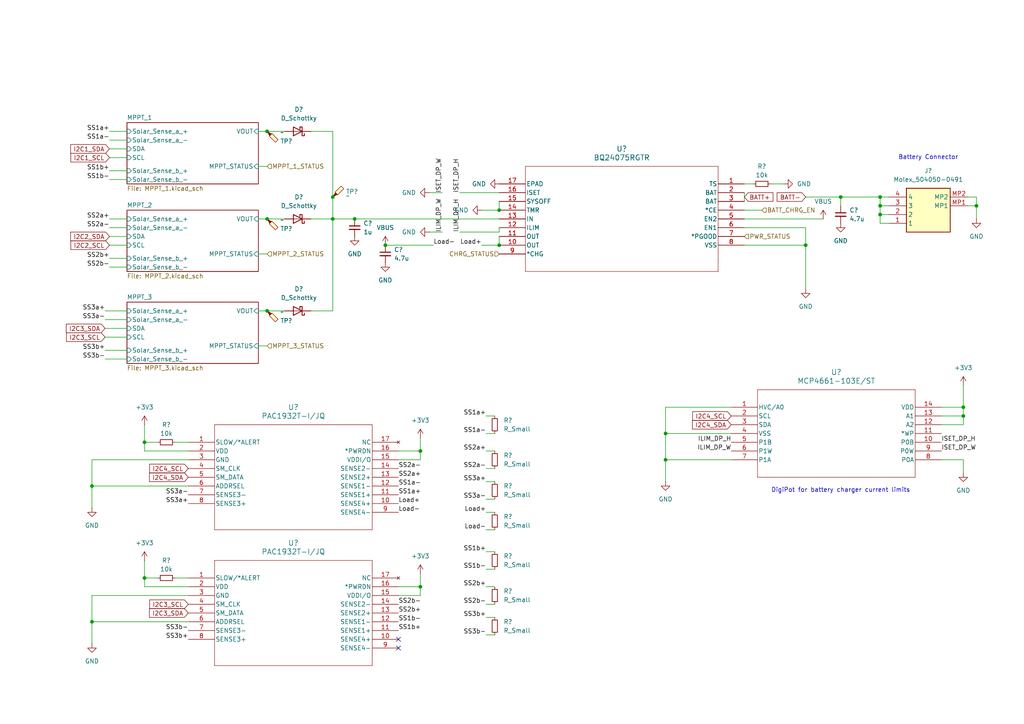
<source format=kicad_sch>
(kicad_sch (version 20231120) (generator "eeschema") (generator_version "8.0")
  (paper "A4")
  (lib_symbols
    (symbol "BQ24075:BQ24075RGTR" (pin_names (offset 0.254))
      (property "Reference" "U" (at 35.56 10.16 0))
      (property "Value" "BQ24075RGTR" (at 35.56 7.62 0))
      (symbol "BQ24075RGTR_0_1"
        (polyline (pts (xy 7.62 -25.4) (xy 63.5 -25.4)) (stroke (width 0.127)))
        (polyline (pts (xy 7.62 5.08) (xy 7.62 -25.4)) (stroke (width 0.127)))
        (polyline (pts (xy 63.5 -25.4) (xy 63.5 5.08)) (stroke (width 0.127)))
        (polyline (pts (xy 63.5 5.08) (xy 7.62 5.08)) (stroke (width 0.127)))
        (pin input line (at 0 0 0) (length 7.62) (name "TS") (number "1"))
        (pin output line (at 71.12 -17.78 180) (length 7.62) (name "OUT") (number "10"))
        (pin output line (at 71.12 -15.24 180) (length 7.62) (name "OUT") (number "11"))
        (pin input line (at 71.12 -12.7 180) (length 7.62) (name "ILIM") (number "12"))
        (pin input line (at 71.12 -10.16 180) (length 7.62) (name "IN") (number "13"))
        (pin input line (at 71.12 -7.62 180) (length 7.62) (name "TMR") (number "14"))
        (pin input line (at 71.12 -5.08 180) (length 7.62) (name "SYSOFF") (number "15"))
        (pin bidirectional line (at 71.12 -2.54 180) (length 7.62) (name "ISET") (number "16"))
        (pin power_in line (at 71.12 0 180) (length 7.62) (name "EPAD") (number "17"))
        (pin bidirectional line (at 0 -2.54 0) (length 7.62) (name "BAT") (number "2"))
        (pin bidirectional line (at 0 -5.08 0) (length 7.62) (name "BAT") (number "3"))
        (pin input line (at 0 -7.62 0) (length 7.62) (name "*CE") (number "4"))
        (pin input line (at 0 -10.16 0) (length 7.62) (name "EN2") (number "5"))
        (pin input line (at 0 -12.7 0) (length 7.62) (name "EN1") (number "6"))
        (pin output line (at 0 -15.24 0) (length 7.62) (name "*PGOOD") (number "7"))
        (pin power_in line (at 0 -17.78 0) (length 7.62) (name "VSS") (number "8"))
        (pin output line (at 71.12 -20.32 180) (length 7.62) (name "*CHG") (number "9"))
      )
    )
    (symbol "Connector:TestPoint_Probe" (pin_numbers hide) (pin_names (offset 0.762) hide)
      (property "Reference" "TP" (at 1.651 5.842 0))
      (property "Value" "TestPoint_Probe" (at 1.651 4.064 0))
      (symbol "TestPoint_Probe_0_1"
        (polyline (pts (xy 1.27 0.762) (xy 0 0) (xy 0.762 1.27) (xy 1.27 0.762)) (fill (type outline)))
        (polyline (pts (xy 1.397 0.635) (xy 0.635 1.397) (xy 2.413 3.175) (xy 3.175 2.413) (xy 1.397 0.635)) (fill (type background)))
      )
      (symbol "TestPoint_Probe_1_1"
        (pin passive line (at 0 0 90) (length 0) (name "1") (number "1"))
      )
    )
    (symbol "Device:C_Small" (pin_numbers hide) (pin_names (offset 0.254) hide)
      (property "Reference" "C" (at 0.254 1.778 0))
      (property "Value" "C_Small" (at 0.254 -2.032 0))
      (symbol "C_Small_0_1"
        (polyline (pts (xy -1.524 -0.508) (xy 1.524 -0.508)) (stroke (width 0.3302)))
        (polyline (pts (xy -1.524 0.508) (xy 1.524 0.508)) (stroke (width 0.3048)))
      )
      (symbol "C_Small_1_1"
        (pin passive line (at 0 2.54 270) (length 2.032) (name "~") (number "1"))
        (pin passive line (at 0 -2.54 90) (length 2.032) (name "~") (number "2"))
      )
    )
    (symbol "Device:D_Schottky" (pin_numbers hide) (pin_names (offset 1.016) hide)
      (property "Reference" "D" (at 0 2.54 0))
      (property "Value" "D_Schottky" (at 0 -2.54 0))
      (symbol "D_Schottky_0_1"
        (polyline (pts (xy 1.27 0) (xy -1.27 0)))
        (polyline (pts (xy 1.27 1.27) (xy 1.27 -1.27) (xy -1.27 0) (xy 1.27 1.27)) (stroke (width 0.254)))
        (polyline (pts (xy -1.905 0.635) (xy -1.905 1.27) (xy -1.27 1.27) (xy -1.27 -1.27) (xy -0.635 -1.27) (xy -0.635 -0.635)) (stroke (width 0.254)))
      )
      (symbol "D_Schottky_1_1"
        (pin passive line (at -3.81 0 0) (length 2.54) (name "K") (number "1"))
        (pin passive line (at 3.81 0 180) (length 2.54) (name "A") (number "2"))
      )
    )
    (symbol "Device:R_Small" (pin_numbers hide) (pin_names (offset 0.254) hide)
      (property "Reference" "R" (at 0.762 0.508 0))
      (property "Value" "R_Small" (at 0.762 -1.016 0))
      (symbol "R_Small_0_1"
        (rectangle (start -0.762 1.778) (end 0.762 -1.778) (stroke (width 0.2032)))
      )
      (symbol "R_Small_1_1"
        (pin passive line (at 0 2.54 270) (length 0.762) (name "~") (number "1"))
        (pin passive line (at 0 -2.54 90) (length 0.762) (name "~") (number "2"))
      )
    )
    (symbol "MCP4661:MCP4661-103E_ST" (pin_names (offset 0.254))
      (property "Reference" "U" (at 30.48 10.16 0))
      (property "Value" "MCP4661-103E/ST" (at 30.48 7.62 0))
      (symbol "MCP4661-103E_ST_0_1"
        (polyline (pts (xy 7.62 -20.32) (xy 53.34 -20.32)) (stroke (width 0.127)))
        (polyline (pts (xy 7.62 5.08) (xy 7.62 -20.32)) (stroke (width 0.127)))
        (polyline (pts (xy 53.34 -20.32) (xy 53.34 5.08)) (stroke (width 0.127)))
        (polyline (pts (xy 53.34 5.08) (xy 7.62 5.08)) (stroke (width 0.127)))
        (pin input line (at 0 0 0) (length 7.62) (name "HVC/A0") (number "1"))
        (pin unspecified line (at 60.96 -10.16 180) (length 7.62) (name "P0B") (number "10"))
        (pin input line (at 60.96 -7.62 180) (length 7.62) (name "*WP") (number "11"))
        (pin input line (at 60.96 -5.08 180) (length 7.62) (name "A2") (number "12"))
        (pin input line (at 60.96 -2.54 180) (length 7.62) (name "A1") (number "13"))
        (pin power_in line (at 60.96 0 180) (length 7.62) (name "VDD") (number "14"))
        (pin input line (at 0 -2.54 0) (length 7.62) (name "SCL") (number "2"))
        (pin bidirectional line (at 0 -5.08 0) (length 7.62) (name "SDA") (number "3"))
        (pin power_in line (at 0 -7.62 0) (length 7.62) (name "VSS") (number "4"))
        (pin unspecified line (at 0 -10.16 0) (length 7.62) (name "P1B") (number "5"))
        (pin unspecified line (at 0 -12.7 0) (length 7.62) (name "P1W") (number "6"))
        (pin unspecified line (at 0 -15.24 0) (length 7.62) (name "P1A") (number "7"))
        (pin unspecified line (at 60.96 -15.24 180) (length 7.62) (name "P0A") (number "8"))
        (pin unspecified line (at 60.96 -12.7 180) (length 7.62) (name "P0W") (number "9"))
      )
    )
    (symbol "PAC1932:PAC1932T-I_JQ" (pin_names (offset 0.254))
      (property "Reference" "U" (at 30.48 10.16 0))
      (property "Value" "PAC1932T-I/JQ" (at 30.48 7.62 0))
      (symbol "PAC1932T-I_JQ_0_1"
        (polyline (pts (xy 7.62 -25.4) (xy 53.34 -25.4)) (stroke (width 0.127)))
        (polyline (pts (xy 7.62 5.08) (xy 7.62 -25.4)) (stroke (width 0.127)))
        (polyline (pts (xy 53.34 -25.4) (xy 53.34 5.08)) (stroke (width 0.127)))
        (polyline (pts (xy 53.34 5.08) (xy 7.62 5.08)) (stroke (width 0.127)))
        (pin bidirectional line (at 0 0 0) (length 7.62) (name "SLOW/*ALERT") (number "1"))
        (pin bidirectional line (at 60.96 -17.78 180) (length 7.62) (name "SENSE4+") (number "10"))
        (pin bidirectional line (at 60.96 -15.24 180) (length 7.62) (name "SENSE1+") (number "11"))
        (pin bidirectional line (at 60.96 -12.7 180) (length 7.62) (name "SENSE1-") (number "12"))
        (pin bidirectional line (at 60.96 -10.16 180) (length 7.62) (name "SENSE2+") (number "13"))
        (pin bidirectional line (at 60.96 -7.62 180) (length 7.62) (name "SENSE2-") (number "14"))
        (pin power_in line (at 60.96 -5.08 180) (length 7.62) (name "VDDI/O") (number "15"))
        (pin input line (at 60.96 -2.54 180) (length 7.62) (name "*PWRDN") (number "16"))
        (pin no_connect line (at 60.96 0 180) (length 7.62) (name "NC") (number "17"))
        (pin power_in line (at 0 -2.54 0) (length 7.62) (name "VDD") (number "2"))
        (pin power_out line (at 0 -5.08 0) (length 7.62) (name "GND") (number "3"))
        (pin input line (at 0 -7.62 0) (length 7.62) (name "SM_CLK") (number "4"))
        (pin bidirectional line (at 0 -10.16 0) (length 7.62) (name "SM_DATA") (number "5"))
        (pin bidirectional line (at 0 -12.7 0) (length 7.62) (name "ADDRSEL") (number "6"))
        (pin bidirectional line (at 0 -15.24 0) (length 7.62) (name "SENSE3-") (number "7"))
        (pin bidirectional line (at 0 -17.78 0) (length 7.62) (name "SENSE3+") (number "8"))
        (pin bidirectional line (at 60.96 -20.32 180) (length 7.62) (name "SENSE4-") (number "9"))
      )
    )
    (symbol "power:+3V3" (power) (pin_numbers hide) (pin_names (offset 0) hide)
      (property "Value" "+3V3" (at 0 3.556 0))
      (symbol "+3V3_0_1"
        (polyline (pts (xy -0.762 1.27) (xy 0 2.54)))
        (polyline (pts (xy 0 0) (xy 0 2.54)))
        (polyline (pts (xy 0 2.54) (xy 0.762 1.27)))
      )
      (symbol "+3V3_1_1"
        (pin power_in line (at 0 0 90) (length 0) (name "~") (number "1"))
      )
    )
    (symbol "power:GND" (power) (pin_numbers hide) (pin_names (offset 0) hide)
      (property "Value" "GND" (at 0 -3.81 0))
      (symbol "GND_0_1"
        (polyline (pts (xy 0 0) (xy 0 -1.27) (xy 1.27 -1.27) (xy 0 -2.54) (xy -1.27 -1.27) (xy 0 -1.27)))
      )
      (symbol "GND_1_1"
        (pin power_in line (at 0 0 270) (length 0) (name "~") (number "1"))
      )
    )
    (symbol "power:VBUS" (power) (pin_numbers hide) (pin_names (offset 0) hide)
      (property "Value" "VBUS" (at 0 3.556 0))
      (symbol "VBUS_0_1"
        (polyline (pts (xy -0.762 1.27) (xy 0 2.54)))
        (polyline (pts (xy 0 0) (xy 0 2.54)))
        (polyline (pts (xy 0 2.54) (xy 0.762 1.27)))
      )
      (symbol "VBUS_1_1"
        (pin power_in line (at 0 0 90) (length 0) (name "~") (number "1"))
      )
    )
    (symbol "tvsc_symbols:Molex_504050-0491"
      (property "Reference" "J" (at 19.05 7.62 0))
      (property "Value" "Molex_504050-0491" (at 19.05 5.08 0))
      (symbol "Molex_504050-0491_1_1"
        (rectangle (start 5.08 2.54) (end 17.78 -10.16) (stroke (width 0.254)) (fill (type background)))
        (pin passive line (at 0 -7.62 0) (length 5.08) (name "1") (number "1"))
        (pin passive line (at 0 -5.08 0) (length 5.08) (name "2") (number "2"))
        (pin passive line (at 0 -2.54 0) (length 5.08) (name "3") (number "3"))
        (pin passive line (at 0 0 0) (length 5.08) (name "4") (number "4"))
        (pin passive line (at 22.86 -2.54 180) (length 5.08) (name "MP1") (number "MP1"))
        (pin passive line (at 22.86 0 180) (length 5.08) (name "MP2") (number "MP2"))
      )
    )
  )
  (junction (at 255.27 62.23))
  (junction (at 121.92 170.18))
  (junction (at 255.27 57.15))
  (junction (at 283.21 59.69))
  (junction (at 193.04 125.73))
  (junction (at 77.47 38.1))
  (junction (at 96.52 57.15))
  (junction (at 77.47 90.17))
  (junction (at 121.92 130.81))
  (junction (at 102.87 63.5))
  (junction (at 279.4 118.11))
  (junction (at 243.84 57.15))
  (junction (at 144.78 71.12))
  (junction (at 255.27 59.69))
  (junction (at 77.47 63.5))
  (junction (at 26.67 180.34))
  (junction (at 193.04 133.35))
  (junction (at 26.67 140.97))
  (junction (at 41.91 128.27))
  (junction (at 41.91 167.64))
  (junction (at 233.68 71.12))
  (junction (at 279.4 120.65))
  (junction (at 96.52 63.5))
  (junction (at 144.78 60.96))
  (junction (at 111.76 71.12))
  (no_connect (at 115.57 187.96))
  (no_connect (at 115.57 185.42))
  (wire (pts (xy 74.93 63.5) (xy 77.47 63.5)))
  (wire (pts (xy 215.9 66.04) (xy 233.68 66.04)))
  (wire (pts (xy 133.35 67.31) (xy 144.78 67.31)))
  (wire (pts (xy 96.52 57.15) (xy 96.52 63.5)))
  (wire (pts (xy 41.91 167.64) (xy 41.91 170.18)))
  (wire (pts (xy 215.9 60.96) (xy 220.98 60.96)))
  (wire (pts (xy 212.09 125.73) (xy 193.04 125.73)))
  (wire (pts (xy 121.92 130.81) (xy 121.92 133.35)))
  (wire (pts (xy 31.75 71.12) (xy 36.83 71.12)))
  (wire (pts (xy 41.91 128.27) (xy 41.91 130.81)))
  (wire (pts (xy 121.92 133.35) (xy 115.57 133.35)))
  (wire (pts (xy 111.76 71.12) (xy 125.73 71.12)))
  (wire (pts (xy 143.51 144.78) (xy 140.97 144.78)))
  (wire (pts (xy 121.92 166.37) (xy 121.92 170.18)))
  (wire (pts (xy 26.67 172.72) (xy 54.61 172.72)))
  (wire (pts (xy 193.04 118.11) (xy 193.04 125.73)))
  (wire (pts (xy 121.92 127) (xy 121.92 130.81)))
  (wire (pts (xy 279.4 133.35) (xy 273.05 133.35)))
  (wire (pts (xy 77.47 90.17) (xy 82.55 90.17)))
  (wire (pts (xy 144.78 68.58) (xy 144.78 71.12)))
  (wire (pts (xy 140.97 148.59) (xy 143.51 148.59)))
  (wire (pts (xy 30.48 97.79) (xy 36.83 97.79)))
  (wire (pts (xy 255.27 62.23) (xy 255.27 64.77)))
  (wire (pts (xy 279.4 137.16) (xy 279.4 133.35)))
  (wire (pts (xy 280.67 59.69) (xy 283.21 59.69)))
  (wire (pts (xy 90.17 38.1) (xy 96.52 38.1)))
  (wire (pts (xy 233.68 66.04) (xy 233.68 71.12)))
  (wire (pts (xy 96.52 63.5) (xy 96.52 90.17)))
  (wire (pts (xy 31.75 38.1) (xy 36.83 38.1)))
  (wire (pts (xy 74.93 100.33) (xy 77.47 100.33)))
  (wire (pts (xy 26.67 147.32) (xy 26.67 140.97)))
  (wire (pts (xy 31.75 63.5) (xy 36.83 63.5)))
  (wire (pts (xy 139.7 60.96) (xy 144.78 60.96)))
  (wire (pts (xy 215.9 53.34) (xy 218.44 53.34)))
  (wire (pts (xy 215.9 63.5) (xy 238.76 63.5)))
  (wire (pts (xy 41.91 130.81) (xy 54.61 130.81)))
  (wire (pts (xy 279.4 118.11) (xy 273.05 118.11)))
  (wire (pts (xy 26.67 140.97) (xy 54.61 140.97)))
  (wire (pts (xy 31.75 68.58) (xy 36.83 68.58)))
  (wire (pts (xy 143.51 170.18) (xy 140.97 170.18)))
  (wire (pts (xy 255.27 59.69) (xy 257.81 59.69)))
  (wire (pts (xy 96.52 38.1) (xy 96.52 57.15)))
  (wire (pts (xy 26.67 140.97) (xy 26.67 133.35)))
  (wire (pts (xy 143.51 135.89) (xy 140.97 135.89)))
  (wire (pts (xy 144.78 58.42) (xy 144.78 60.96)))
  (wire (pts (xy 77.47 63.5) (xy 82.55 63.5)))
  (wire (pts (xy 255.27 57.15) (xy 257.81 57.15)))
  (wire (pts (xy 273.05 120.65) (xy 279.4 120.65)))
  (wire (pts (xy 50.8 128.27) (xy 54.61 128.27)))
  (wire (pts (xy 26.67 180.34) (xy 54.61 180.34)))
  (wire (pts (xy 31.75 77.47) (xy 36.83 77.47)))
  (wire (pts (xy 143.51 160.02) (xy 140.97 160.02)))
  (wire (pts (xy 233.68 83.82) (xy 233.68 71.12)))
  (wire (pts (xy 121.92 170.18) (xy 121.92 172.72)))
  (wire (pts (xy 26.67 133.35) (xy 54.61 133.35)))
  (wire (pts (xy 41.91 123.19) (xy 41.91 128.27)))
  (wire (pts (xy 143.51 179.07) (xy 140.97 179.07)))
  (wire (pts (xy 30.48 104.14) (xy 36.83 104.14)))
  (wire (pts (xy 26.67 186.69) (xy 26.67 180.34)))
  (wire (pts (xy 193.04 133.35) (xy 212.09 133.35)))
  (wire (pts (xy 50.8 167.64) (xy 54.61 167.64)))
  (wire (pts (xy 143.51 175.26) (xy 140.97 175.26)))
  (wire (pts (xy 193.04 139.7) (xy 193.04 133.35)))
  (wire (pts (xy 215.9 71.12) (xy 233.68 71.12)))
  (wire (pts (xy 255.27 64.77) (xy 257.81 64.77)))
  (wire (pts (xy 31.75 74.93) (xy 36.83 74.93)))
  (wire (pts (xy 143.51 125.73) (xy 140.97 125.73)))
  (wire (pts (xy 124.46 67.31) (xy 128.27 67.31)))
  (wire (pts (xy 243.84 57.15) (xy 255.27 57.15)))
  (wire (pts (xy 30.48 90.17) (xy 36.83 90.17)))
  (wire (pts (xy 212.09 118.11) (xy 193.04 118.11)))
  (wire (pts (xy 31.75 52.07) (xy 36.83 52.07)))
  (wire (pts (xy 77.47 38.1) (xy 82.55 38.1)))
  (wire (pts (xy 279.4 111.76) (xy 279.4 118.11)))
  (wire (pts (xy 115.57 170.18) (xy 121.92 170.18)))
  (wire (pts (xy 243.84 59.69) (xy 243.84 57.15)))
  (wire (pts (xy 41.91 170.18) (xy 54.61 170.18)))
  (wire (pts (xy 143.51 139.7) (xy 140.97 139.7)))
  (wire (pts (xy 31.75 43.18) (xy 36.83 43.18)))
  (wire (pts (xy 133.35 55.88) (xy 144.78 55.88)))
  (wire (pts (xy 41.91 162.56) (xy 41.91 167.64)))
  (wire (pts (xy 143.51 120.65) (xy 140.97 120.65)))
  (wire (pts (xy 31.75 66.04) (xy 36.83 66.04)))
  (wire (pts (xy 30.48 92.71) (xy 36.83 92.71)))
  (wire (pts (xy 124.46 55.88) (xy 128.27 55.88)))
  (wire (pts (xy 215.9 55.88) (xy 215.9 58.42)))
  (wire (pts (xy 144.78 67.31) (xy 144.78 66.04)))
  (wire (pts (xy 30.48 95.25) (xy 36.83 95.25)))
  (wire (pts (xy 143.51 165.1) (xy 140.97 165.1)))
  (wire (pts (xy 90.17 63.5) (xy 96.52 63.5)))
  (wire (pts (xy 96.52 63.5) (xy 102.87 63.5)))
  (wire (pts (xy 279.4 123.19) (xy 279.4 120.65)))
  (wire (pts (xy 283.21 59.69) (xy 283.21 63.5)))
  (wire (pts (xy 41.91 167.64) (xy 45.72 167.64)))
  (wire (pts (xy 74.93 90.17) (xy 77.47 90.17)))
  (wire (pts (xy 255.27 59.69) (xy 255.27 62.23)))
  (wire (pts (xy 102.87 63.5) (xy 144.78 63.5)))
  (wire (pts (xy 31.75 40.64) (xy 36.83 40.64)))
  (wire (pts (xy 233.68 57.15) (xy 243.84 57.15)))
  (wire (pts (xy 26.67 180.34) (xy 26.67 172.72)))
  (wire (pts (xy 115.57 130.81) (xy 121.92 130.81)))
  (wire (pts (xy 255.27 57.15) (xy 255.27 59.69)))
  (wire (pts (xy 273.05 123.19) (xy 279.4 123.19)))
  (wire (pts (xy 74.93 38.1) (xy 77.47 38.1)))
  (wire (pts (xy 74.93 73.66) (xy 77.47 73.66)))
  (wire (pts (xy 140.97 153.67) (xy 143.51 153.67)))
  (wire (pts (xy 31.75 45.72) (xy 36.83 45.72)))
  (wire (pts (xy 283.21 57.15) (xy 280.67 57.15)))
  (wire (pts (xy 223.52 53.34) (xy 227.33 53.34)))
  (wire (pts (xy 139.7 71.12) (xy 144.78 71.12)))
  (wire (pts (xy 121.92 172.72) (xy 115.57 172.72)))
  (wire (pts (xy 143.51 184.15) (xy 140.97 184.15)))
  (wire (pts (xy 41.91 128.27) (xy 45.72 128.27)))
  (wire (pts (xy 31.75 49.53) (xy 36.83 49.53)))
  (wire (pts (xy 193.04 133.35) (xy 193.04 125.73)))
  (wire (pts (xy 90.17 90.17) (xy 96.52 90.17)))
  (wire (pts (xy 77.47 48.26) (xy 74.93 48.26)))
  (wire (pts (xy 279.4 120.65) (xy 279.4 118.11)))
  (wire (pts (xy 30.48 101.6) (xy 36.83 101.6)))
  (wire (pts (xy 143.51 130.81) (xy 140.97 130.81)))
  (wire (pts (xy 283.21 57.15) (xy 283.21 59.69)))
  (wire (pts (xy 255.27 62.23) (xy 257.81 62.23)))
  (text "Battery Connector" (at 269.24 45.72 0) (effects (font (size 1.27 1.27))))
  (text "DigiPot for battery charger current limits" (at 243.84 142.24 0) (effects (font (size 1.27 1.27))))
  (label "SS1b+" (at 115.57 182.88 0))
  (label "Load-" (at 140.97 153.67 180))
  (label "SS2a-" (at 115.57 135.89 0))
  (label "SS1a-" (at 31.75 40.64 180))
  (label "SS2a+" (at 115.57 138.43 0))
  (label "SS3a+" (at 54.61 146.05 180))
  (label "SS1b-" (at 31.75 52.07 180))
  (label "SS2b+" (at 140.97 170.18 180))
  (label "SS2a-" (at 31.75 66.04 180))
  (label "SS1b-" (at 140.97 165.1 180))
  (label "ISET_DP_W" (at 273.05 130.81 0))
  (label "SS3b+" (at 54.61 185.42 180))
  (label "ISET_DP_H" (at 133.35 55.88 90))
  (label "SS1a+" (at 31.75 38.1 180))
  (label "SS3b+" (at 140.97 179.07 180))
  (label "SS2b+" (at 115.57 177.8 0))
  (label "ISET_DP_W" (at 128.27 55.88 90))
  (label "ILIM_DP_W" (at 128.27 67.31 90))
  (label "SS2a+" (at 31.75 63.5 180))
  (label "SS3a+" (at 30.48 90.17 180))
  (label "SS3b-" (at 140.97 184.15 180))
  (label "SS3b-" (at 30.48 104.14 180))
  (label "SS3a+" (at 140.97 139.7 180))
  (label "Load-" (at 115.57 148.59 0))
  (label "SS2a-" (at 140.97 135.89 180))
  (label "SS1b+" (at 31.75 49.53 180))
  (label "SS2b-" (at 115.57 175.26 0))
  (label "ILIM_DP_H" (at 133.35 67.31 90))
  (label "SS3a-" (at 54.61 143.51 180))
  (label "SS3b+" (at 30.48 101.6 180))
  (label "Load+" (at 139.7 71.12 180))
  (label "SS3a-" (at 30.48 92.71 180))
  (label "SS2a+" (at 140.97 130.81 180))
  (label "Load+" (at 140.97 148.59 180))
  (label "SS2b+" (at 31.75 74.93 180))
  (label "SS1a+" (at 140.97 120.65 180))
  (label "ILIM_DP_W" (at 212.09 130.81 180))
  (label "ISET_DP_H" (at 273.05 128.27 0))
  (label "SS3a-" (at 140.97 144.78 180))
  (label "ILIM_DP_H" (at 212.09 128.27 180))
  (label "SS1b-" (at 115.57 180.34 0))
  (label "SS1a-" (at 115.57 140.97 0))
  (label "SS1a+" (at 115.57 143.51 0))
  (label "SS3b-" (at 54.61 182.88 180))
  (label "Load+" (at 115.57 146.05 0))
  (label "Load-" (at 125.73 71.12 0))
  (label "SS2b-" (at 31.75 77.47 180))
  (label "SS1b+" (at 140.97 160.02 180))
  (label "SS2b-" (at 140.97 175.26 180))
  (label "SS1a-" (at 140.97 125.73 180))
  (global_label "I2C4_SCL" (shape input) (at 212.09 120.65 180) (property "Intersheetrefs" "${INTERSHEET_REFS}" (effects (hide yes))))
  (global_label "BATT-" (shape input) (at 233.68 57.15 180) (property "Intersheetrefs" "${INTERSHEET_REFS}" (effects (hide yes))))
  (global_label "I2C2_SDA" (shape input) (at 31.75 68.58 180) (property "Intersheetrefs" "${INTERSHEET_REFS}" (effects (hide yes))))
  (global_label "I2C1_SCL" (shape input) (at 31.75 45.72 180) (property "Intersheetrefs" "${INTERSHEET_REFS}" (effects (hide yes))))
  (global_label "I2C3_SCL" (shape input) (at 30.48 97.79 180) (property "Intersheetrefs" "${INTERSHEET_REFS}" (effects (hide yes))))
  (global_label "I2C1_SDA" (shape input) (at 31.75 43.18 180) (property "Intersheetrefs" "${INTERSHEET_REFS}" (effects (hide yes))))
  (global_label "I2C2_SCL" (shape input) (at 31.75 71.12 180) (property "Intersheetrefs" "${INTERSHEET_REFS}" (effects (hide yes))))
  (global_label "I2C4_SDA" (shape input) (at 212.09 123.19 180) (property "Intersheetrefs" "${INTERSHEET_REFS}" (effects (hide yes))))
  (global_label "I2C3_SCL" (shape input) (at 54.61 175.26 180) (property "Intersheetrefs" "${INTERSHEET_REFS}" (effects (hide yes))))
  (global_label "I2C4_SCL" (shape input) (at 54.61 135.89 180) (property "Intersheetrefs" "${INTERSHEET_REFS}" (effects (hide yes))))
  (global_label "BATT+" (shape input) (at 215.9 57.15 0) (property "Intersheetrefs" "${INTERSHEET_REFS}" (effects (hide yes))))
  (global_label "I2C3_SDA" (shape input) (at 30.48 95.25 180) (property "Intersheetrefs" "${INTERSHEET_REFS}" (effects (hide yes))))
  (global_label "I2C4_SDA" (shape input) (at 54.61 138.43 180) (property "Intersheetrefs" "${INTERSHEET_REFS}" (effects (hide yes))))
  (global_label "I2C3_SDA" (shape input) (at 54.61 177.8 180) (property "Intersheetrefs" "${INTERSHEET_REFS}" (effects (hide yes))))
  (hierarchical_label "BATT_CHRG_EN" (shape input) (at 220.98 60.96 0))
  (hierarchical_label "MPPT_1_STATUS" (shape input) (at 77.47 48.26 0))
  (hierarchical_label "PWR_STATUS" (shape input) (at 215.9 68.58 0))
  (hierarchical_label "MPPT_2_STATUS" (shape input) (at 77.47 73.66 0))
  (hierarchical_label "MPPT_3_STATUS" (shape input) (at 77.47 100.33 0))
  (hierarchical_label "CHRG_STATUS" (shape input) (at 144.78 73.66 180))
  (symbol (lib_id "power:+3V3") (at 41.91 162.56 0) (unit 1)
    (property "Reference" "#PWR098" (effects (hide yes)))
    (property "Value" "+3V3" (at 41.91 157.48 0))
    (property "Description" "Power symbol creates a global label with name \"+3V3\"" (effects (hide yes)))
  )
  (symbol (lib_id "Device:R_Small") (at 143.51 123.19 0) (unit 1)
    (property "Reference" "R?" (at 146.05 121.9199 0) (effects (justify left)))
    (property "Value" "R_Small" (at 146.05 124.4599 0) (effects (justify left)))
    (property "Description" "Resistor, small symbol" (effects (hide yes)))
  )
  (symbol (lib_id "power:+3V3") (at 279.4 111.76 0) (unit 1)
    (property "Reference" "#PWR025" (effects (hide yes)))
    (property "Value" "+3V3" (at 279.4 106.68 0))
    (property "Description" "Power symbol creates a global label with name \"+3V3\"" (effects (hide yes)))
  )
  (symbol (lib_id "Connector:TestPoint_Probe") (at 96.52 57.15 0) (unit 1)
    (property "Reference" "TP?" (at 100.33 55.5624 0) (effects (justify left)))
    (property "Value" "~" (at 100.33 56.8324 0) (effects (justify left)))
    (property "Description" "test point (alternative probe-style design)" (effects (hide yes)))
  )
  (symbol (lib_id "power:GND") (at 111.76 76.2 0) (unit 1)
    (property "Reference" "#PWR073" (effects (hide yes)))
    (property "Value" "GND" (at 111.76 81.28 0))
    (property "Description" "Power symbol creates a global label with name \"GND\" , ground" (effects (hide yes)))
  )
  (symbol (lib_id "power:GND") (at 102.87 68.58 0) (unit 1)
    (property "Reference" "#PWR074" (effects (hide yes)))
    (property "Value" "GND" (at 102.87 73.66 0))
    (property "Description" "Power symbol creates a global label with name \"GND\" , ground" (effects (hide yes)))
  )
  (symbol (lib_id "Device:R_Small") (at 48.26 167.64 90) (unit 1)
    (property "Reference" "R?" (at 48.26 162.56 90))
    (property "Value" "10k" (at 48.26 165.1 90))
    (property "Description" "Resistor, small symbol" (effects (hide yes)))
  )
  (symbol (lib_id "Connector:TestPoint_Probe") (at 77.47 63.5 0) (mirror x) (unit 1)
    (property "Reference" "TP?" (at 81.28 66.3576 0) (effects (justify left)))
    (property "Value" "~" (at 81.28 63.8176 0) (effects (justify left)))
    (property "Description" "test point (alternative probe-style design)" (effects (hide yes)))
  )
  (symbol (lib_id "power:GND") (at 139.7 60.96 270) (unit 1)
    (property "Reference" "#PWR080" (effects (hide yes)))
    (property "Value" "GND" (at 135.89 60.9599 90) (effects (justify right)))
    (property "Description" "Power symbol creates a global label with name \"GND\" , ground" (effects (hide yes)))
  )
  (symbol (lib_id "power:+3V3") (at 121.92 127 0) (unit 1)
    (property "Reference" "#PWR091" (effects (hide yes)))
    (property "Value" "+3V3" (at 121.92 121.92 0))
    (property "Description" "Power symbol creates a global label with name \"+3V3\"" (effects (hide yes)))
  )
  (symbol (lib_id "power:GND") (at 124.46 67.31 270) (unit 1)
    (property "Reference" "#PWR079" (effects (hide yes)))
    (property "Value" "GND" (at 120.65 67.3099 90) (effects (justify right)))
    (property "Description" "Power symbol creates a global label with name \"GND\" , ground" (effects (hide yes)))
  )
  (symbol (lib_id "Device:D_Schottky") (at 86.36 63.5 180) (unit 1)
    (property "Reference" "D?" (at 86.6775 57.15 0))
    (property "Value" "D_Schottky" (at 86.6775 59.69 0))
    (property "Description" "Schottky diode" (effects (hide yes)))
  )
  (symbol (lib_id "Connector:TestPoint_Probe") (at 77.47 38.1 0) (mirror x) (unit 1)
    (property "Reference" "TP?" (at 81.28 40.9576 0) (effects (justify left)))
    (property "Value" "~" (at 81.28 38.4176 0) (effects (justify left)))
    (property "Description" "test point (alternative probe-style design)" (effects (hide yes)))
  )
  (symbol (lib_id "Device:R_Small") (at 143.51 172.72 0) (unit 1)
    (property "Reference" "R?" (at 146.05 171.4499 0) (effects (justify left)))
    (property "Value" "R_Small" (at 146.05 173.9899 0) (effects (justify left)))
    (property "Description" "Resistor, small symbol" (effects (hide yes)))
  )
  (symbol (lib_id "power:+3V3") (at 41.91 123.19 0) (unit 1)
    (property "Reference" "#PWR089" (effects (hide yes)))
    (property "Value" "+3V3" (at 41.91 118.11 0))
    (property "Description" "Power symbol creates a global label with name \"+3V3\"" (effects (hide yes)))
  )
  (symbol (lib_id "power:GND") (at 243.84 64.77 0) (unit 1)
    (property "Reference" "#PWR077" (effects (hide yes)))
    (property "Value" "GND" (at 243.84 69.85 0))
    (property "Description" "Power symbol creates a global label with name \"GND\" , ground" (effects (hide yes)))
  )
  (symbol (lib_id "power:GND") (at 227.33 53.34 90) (unit 1)
    (property "Reference" "#PWR029" (effects (hide yes)))
    (property "Value" "GND" (at 231.14 53.3399 90) (effects (justify right)))
    (property "Description" "Power symbol creates a global label with name \"GND\" , ground" (effects (hide yes)))
  )
  (symbol (lib_id "Device:R_Small") (at 143.51 142.24 0) (unit 1)
    (property "Reference" "R?" (at 146.05 140.9699 0) (effects (justify left)))
    (property "Value" "R_Small" (at 146.05 143.5099 0) (effects (justify left)))
    (property "Description" "Resistor, small symbol" (effects (hide yes)))
  )
  (symbol (lib_id "Device:D_Schottky") (at 86.36 38.1 180) (unit 1)
    (property "Reference" "D?" (at 86.6775 31.75 0))
    (property "Value" "D_Schottky" (at 86.6775 34.29 0))
    (property "Description" "Schottky diode" (effects (hide yes)))
  )
  (symbol (lib_id "power:GND") (at 279.4 137.16 0) (unit 1)
    (property "Reference" "#PWR026" (effects (hide yes)))
    (property "Value" "GND" (at 279.4 142.24 0))
    (property "Description" "Power symbol creates a global label with name \"GND\" , ground" (effects (hide yes)))
  )
  (symbol (lib_id "Device:C_Small") (at 111.76 73.66 0) (unit 1)
    (property "Reference" "C?" (at 114.3 72.3962 0) (effects (justify left)))
    (property "Value" "4.7u" (at 114.3 74.9362 0) (effects (justify left)))
    (property "Description" "Unpolarized capacitor, small symbol" (effects (hide yes)))
  )
  (symbol (lib_id "power:GND") (at 193.04 139.7 0) (unit 1)
    (property "Reference" "#PWR024" (effects (hide yes)))
    (property "Value" "GND" (at 193.04 144.78 0))
    (property "Description" "Power symbol creates a global label with name \"GND\" , ground" (effects (hide yes)))
  )
  (symbol (lib_id "Device:C_Small") (at 243.84 62.23 0) (unit 1)
    (property "Reference" "C?" (at 246.38 60.9662 0) (effects (justify left)))
    (property "Value" "4.7u" (at 246.38 63.5062 0) (effects (justify left)))
    (property "Description" "Unpolarized capacitor, small symbol" (effects (hide yes)))
  )
  (symbol (lib_id "Device:R_Small") (at 143.51 151.13 0) (unit 1)
    (property "Reference" "R?" (at 146.05 149.8599 0) (effects (justify left)))
    (property "Value" "R_Small" (at 146.05 152.3999 0) (effects (justify left)))
    (property "Description" "Resistor, small symbol" (effects (hide yes)))
  )
  (symbol (lib_id "Device:R_Small") (at 220.98 53.34 90) (unit 1)
    (property "Reference" "R?" (at 220.98 48.26 90))
    (property "Value" "10k" (at 220.98 50.8 90))
    (property "Description" "Resistor, small symbol" (effects (hide yes)))
  )
  (symbol (lib_id "power:GND") (at 124.46 55.88 270) (unit 1)
    (property "Reference" "#PWR081" (effects (hide yes)))
    (property "Value" "GND" (at 120.65 55.8799 90) (effects (justify right)))
    (property "Description" "Power symbol creates a global label with name \"GND\" , ground" (effects (hide yes)))
  )
  (symbol (lib_id "PAC1932:PAC1932T-I_JQ") (at 54.61 167.64 0) (unit 1)
    (property "Reference" "U?" (at 85.09 157.48 0) (effects (font (size 1.524 1.524))))
    (property "Value" "PAC1932T-I/JQ" (at 85.09 160.02 0) (effects (font (size 1.524 1.524))))
    (property "Footprint" "UQFN16_JQ_MCH" (effects (hide yes)))
    (property "Datasheet" "PAC1932T-I/JQ" (effects (hide yes)))
  )
  (symbol (lib_id "power:GND") (at 144.78 53.34 270) (unit 1)
    (property "Reference" "#PWR082" (effects (hide yes)))
    (property "Value" "GND" (at 140.97 53.3399 90) (effects (justify right)))
    (property "Description" "Power symbol creates a global label with name \"GND\" , ground" (effects (hide yes)))
  )
  (symbol (lib_id "Device:D_Schottky") (at 86.36 90.17 180) (unit 1)
    (property "Reference" "D?" (at 86.6775 83.82 0))
    (property "Value" "D_Schottky" (at 86.6775 86.36 0))
    (property "Description" "Schottky diode" (effects (hide yes)))
  )
  (symbol (lib_id "power:VBUS") (at 238.76 63.5 0) (unit 1)
    (property "Reference" "#PWR078" (effects (hide yes)))
    (property "Value" "VBUS" (at 238.76 58.42 0))
    (property "Description" "Power symbol creates a global label with name \"VBUS\"" (effects (hide yes)))
  )
  (symbol (lib_id "Device:R_Small") (at 48.26 128.27 90) (unit 1)
    (property "Reference" "R?" (at 48.26 123.19 90))
    (property "Value" "10k" (at 48.26 125.73 90))
    (property "Description" "Resistor, small symbol" (effects (hide yes)))
  )
  (symbol (lib_id "power:GND") (at 233.68 83.82 0) (unit 1)
    (property "Reference" "#PWR071" (effects (hide yes)))
    (property "Value" "GND" (at 233.68 88.9 0))
    (property "Description" "Power symbol creates a global label with name \"GND\" , ground" (effects (hide yes)))
  )
  (symbol (lib_id "Device:R_Small") (at 143.51 162.56 0) (unit 1)
    (property "Reference" "R?" (at 146.05 161.2899 0) (effects (justify left)))
    (property "Value" "R_Small" (at 146.05 163.8299 0) (effects (justify left)))
    (property "Description" "Resistor, small symbol" (effects (hide yes)))
  )
  (symbol (lib_id "power:VBUS") (at 111.76 71.12 0) (unit 1)
    (property "Reference" "#PWR072" (effects (hide yes)))
    (property "Value" "VBUS" (at 111.76 66.04 0))
    (property "Description" "Power symbol creates a global label with name \"VBUS\"" (effects (hide yes)))
  )
  (symbol (lib_id "MCP4661:MCP4661-103E_ST") (at 212.09 118.11 0) (unit 1)
    (property "Reference" "U?" (at 242.57 107.95 0) (effects (font (size 1.524 1.524))))
    (property "Value" "MCP4661-103E/ST" (at 242.57 110.49 0) (effects (font (size 1.524 1.524))))
    (property "Footprint" "TSSOP14_MC_MCH" (effects (hide yes)))
    (property "Datasheet" "MCP4661-103E/ST" (effects (hide yes)))
  )
  (symbol (lib_id "tvsc_symbols:Molex_504050-0491") (at 257.81 57.15 0) (unit 1)
    (property "Reference" "J?" (at 269.24 49.53 0))
    (property "Value" "Molex_504050-0491" (at 269.24 52.07 0))
    (property "Footprint" "footprints:Molex_504050-0491" (effects (hide yes)))
    (property "Datasheet" "http://www.molex.com/pdm_docs/sd/5040500491_sd.pdf" (effects (hide yes)))
    (property "Description" "4-pin Pico-Lock Header" (effects (hide yes)))
    (property "Manufacturer" "Molex" (effects (hide yes)))
    (property "Manufacturer Part Number" "504050-0491" (effects (hide yes)))
    (property "MPN" "C177235" (effects (hide yes)))
  )
  (symbol (lib_id "power:GND") (at 26.67 147.32 0) (unit 1)
    (property "Reference" "#PWR090" (effects (hide yes)))
    (property "Value" "GND" (at 26.67 152.4 0))
    (property "Description" "Power symbol creates a global label with name \"GND\" , ground" (effects (hide yes)))
  )
  (symbol (lib_id "power:GND") (at 283.21 63.5 0) (unit 1)
    (property "Reference" "#PWR030" (effects (hide yes)))
    (property "Value" "GND" (at 283.21 68.58 0))
    (property "Description" "Power symbol creates a global label with name \"GND\" , ground" (effects (hide yes)))
  )
  (symbol (lib_id "power:GND") (at 26.67 186.69 0) (unit 1)
    (property "Reference" "#PWR097" (effects (hide yes)))
    (property "Value" "GND" (at 26.67 191.77 0))
    (property "Description" "Power symbol creates a global label with name \"GND\" , ground" (effects (hide yes)))
  )
  (symbol (lib_id "Device:R_Small") (at 143.51 181.61 0) (unit 1)
    (property "Reference" "R?" (at 146.05 180.3399 0) (effects (justify left)))
    (property "Value" "R_Small" (at 146.05 182.8799 0) (effects (justify left)))
    (property "Description" "Resistor, small symbol" (effects (hide yes)))
  )
  (symbol (lib_id "Device:C_Small") (at 102.87 66.04 0) (unit 1)
    (property "Reference" "C?" (at 105.41 64.7762 0) (effects (justify left)))
    (property "Value" "1u" (at 105.41 67.3162 0) (effects (justify left)))
    (property "Description" "Unpolarized capacitor, small symbol" (effects (hide yes)))
  )
  (symbol (lib_id "PAC1932:PAC1932T-I_JQ") (at 54.61 128.27 0) (unit 1)
    (property "Reference" "U?" (at 85.09 118.11 0) (effects (font (size 1.524 1.524))))
    (property "Value" "PAC1932T-I/JQ" (at 85.09 120.65 0) (effects (font (size 1.524 1.524))))
    (property "Footprint" "UQFN16_JQ_MCH" (effects (hide yes)))
    (property "Datasheet" "PAC1932T-I/JQ" (effects (hide yes)))
  )
  (symbol (lib_id "power:+3V3") (at 121.92 166.37 0) (unit 1)
    (property "Reference" "#PWR099" (effects (hide yes)))
    (property "Value" "+3V3" (at 121.92 161.29 0))
    (property "Description" "Power symbol creates a global label with name \"+3V3\"" (effects (hide yes)))
  )
  (symbol (lib_id "Connector:TestPoint_Probe") (at 77.47 90.17 0) (mirror x) (unit 1)
    (property "Reference" "TP?" (at 81.28 93.0276 0) (effects (justify left)))
    (property "Value" "~" (at 81.28 90.4876 0) (effects (justify left)))
    (property "Description" "test point (alternative probe-style design)" (effects (hide yes)))
  )
  (symbol (lib_id "Device:R_Small") (at 143.51 133.35 0) (unit 1)
    (property "Reference" "R?" (at 146.05 132.0799 0) (effects (justify left)))
    (property "Value" "R_Small" (at 146.05 134.6199 0) (effects (justify left)))
    (property "Description" "Resistor, small symbol" (effects (hide yes)))
  )
  (symbol (lib_id "BQ24075:BQ24075RGTR") (at 215.9 53.34 0) (mirror y) (unit 1)
    (property "Reference" "U?" (at 180.34 43.18 0) (effects (font (size 1.524 1.524))))
    (property "Value" "BQ24075RGTR" (at 180.34 45.72 0) (effects (font (size 1.524 1.524))))
    (property "Footprint" "RGT16_1P7X1P7" (effects (hide yes)))
    (property "Datasheet" "BQ24075RGTR" (effects (hide yes)))
  )
  (sheet (at 36.83 35.56) (size 38.1 17.78) (stroke (width 0.1524))
    (property "Sheetname" "MPPT_1" (at 36.83 34.8484 0) (effects (justify left bottom)))
    (property "Sheetfile" "MPPT_1.kicad_sch" (at 36.83 53.9246 0) (effects (justify left top)))
    (pin "SDA" input (at 36.83 43.18 180))
    (pin "SCL" input (at 36.83 45.72 180))
    (pin "Solar_Sense_b_-" input (at 36.83 52.07 180))
    (pin "Solar_Sense_a_-" input (at 36.83 40.64 180))
    (pin "Solar_Sense_a_+" input (at 36.83 38.1 180))
    (pin "Solar_Sense_b_+" input (at 36.83 49.53 180))
    (pin "VOUT" input (at 74.93 38.1 0))
    (pin "MPPT_STATUS" input (at 74.93 48.26 0))
  )
  (sheet (at 36.83 60.96) (size 38.1 17.78) (stroke (width 0.1524))
    (property "Sheetname" "MPPT_2" (at 36.83 60.2484 0) (effects (justify left bottom)))
    (property "Sheetfile" "MPPT_2.kicad_sch" (at 36.83 79.3246 0) (effects (justify left top)))
    (pin "SCL" input (at 36.83 71.12 180))
    (pin "SDA" input (at 36.83 68.58 180))
    (pin "MPPT_STATUS" input (at 74.93 73.66 0))
    (pin "VOUT" input (at 74.93 63.5 0))
    (pin "Solar_Sense_a_-" input (at 36.83 66.04 180))
    (pin "Solar_Sense_b_+" input (at 36.83 74.93 180))
    (pin "Solar_Sense_b_-" input (at 36.83 77.47 180))
    (pin "Solar_Sense_a_+" input (at 36.83 63.5 180))
  )
  (sheet (at 36.83 87.63) (size 38.1 17.78) (stroke (width 0.1524))
    (property "Sheetname" "MPPT_3" (at 36.83 86.9184 0) (effects (justify left bottom)))
    (property "Sheetfile" "MPPT_3.kicad_sch" (at 36.83 105.9946 0) (effects (justify left top)))
    (pin "SDA" input (at 36.83 95.25 180))
    (pin "SCL" input (at 36.83 97.79 180))
    (pin "Solar_Sense_a_-" input (at 36.83 92.71 180))
    (pin "Solar_Sense_b_+" input (at 36.83 101.6 180))
    (pin "Solar_Sense_a_+" input (at 36.83 90.17 180))
    (pin "Solar_Sense_b_-" input (at 36.83 104.14 180))
    (pin "VOUT" input (at 74.93 90.17 0))
    (pin "MPPT_STATUS" input (at 74.93 100.33 0))
  )
)
</source>
